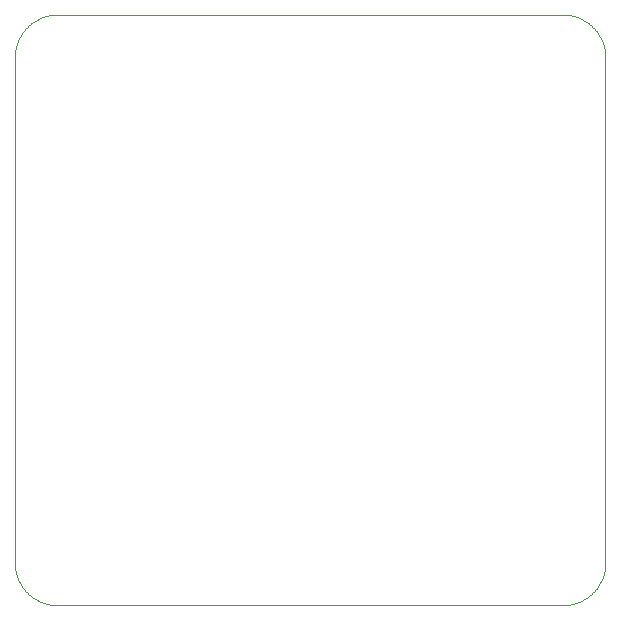
<source format=gko>
G75*
%MOIN*%
%OFA0B0*%
%FSLAX25Y25*%
%IPPOS*%
%LPD*%
%AMOC8*
5,1,8,0,0,1.08239X$1,22.5*
%
%ADD10C,0.00000*%
D10*
X0013311Y0027506D02*
X0013311Y0195966D01*
X0013315Y0196309D01*
X0013328Y0196652D01*
X0013348Y0196994D01*
X0013377Y0197336D01*
X0013414Y0197677D01*
X0013460Y0198017D01*
X0013514Y0198356D01*
X0013575Y0198693D01*
X0013645Y0199029D01*
X0013723Y0199363D01*
X0013810Y0199695D01*
X0013904Y0200025D01*
X0014006Y0200352D01*
X0014116Y0200677D01*
X0014233Y0201000D01*
X0014359Y0201319D01*
X0014492Y0201635D01*
X0014633Y0201948D01*
X0014781Y0202257D01*
X0014937Y0202563D01*
X0015100Y0202865D01*
X0015270Y0203162D01*
X0015448Y0203456D01*
X0015632Y0203745D01*
X0015824Y0204030D01*
X0016022Y0204310D01*
X0016227Y0204585D01*
X0016439Y0204855D01*
X0016657Y0205120D01*
X0016881Y0205379D01*
X0017111Y0205633D01*
X0017348Y0205881D01*
X0017591Y0206124D01*
X0017839Y0206361D01*
X0018093Y0206591D01*
X0018352Y0206815D01*
X0018617Y0207033D01*
X0018887Y0207245D01*
X0019162Y0207450D01*
X0019442Y0207648D01*
X0019727Y0207840D01*
X0020016Y0208024D01*
X0020310Y0208202D01*
X0020607Y0208372D01*
X0020909Y0208535D01*
X0021215Y0208691D01*
X0021524Y0208839D01*
X0021837Y0208980D01*
X0022153Y0209113D01*
X0022472Y0209239D01*
X0022795Y0209356D01*
X0023120Y0209466D01*
X0023447Y0209568D01*
X0023777Y0209662D01*
X0024109Y0209749D01*
X0024443Y0209827D01*
X0024779Y0209897D01*
X0025116Y0209958D01*
X0025455Y0210012D01*
X0025795Y0210058D01*
X0026136Y0210095D01*
X0026478Y0210124D01*
X0026820Y0210144D01*
X0027163Y0210157D01*
X0027506Y0210161D01*
X0195966Y0210161D01*
X0196309Y0210157D01*
X0196652Y0210144D01*
X0196994Y0210124D01*
X0197336Y0210095D01*
X0197677Y0210058D01*
X0198017Y0210012D01*
X0198356Y0209958D01*
X0198693Y0209897D01*
X0199029Y0209827D01*
X0199363Y0209749D01*
X0199695Y0209662D01*
X0200025Y0209568D01*
X0200352Y0209466D01*
X0200677Y0209356D01*
X0201000Y0209239D01*
X0201319Y0209113D01*
X0201635Y0208980D01*
X0201948Y0208839D01*
X0202257Y0208691D01*
X0202563Y0208535D01*
X0202865Y0208372D01*
X0203162Y0208202D01*
X0203456Y0208024D01*
X0203745Y0207840D01*
X0204030Y0207648D01*
X0204310Y0207450D01*
X0204585Y0207245D01*
X0204855Y0207033D01*
X0205120Y0206815D01*
X0205379Y0206591D01*
X0205633Y0206361D01*
X0205881Y0206124D01*
X0206124Y0205881D01*
X0206361Y0205633D01*
X0206591Y0205379D01*
X0206815Y0205120D01*
X0207033Y0204855D01*
X0207245Y0204585D01*
X0207450Y0204310D01*
X0207648Y0204030D01*
X0207840Y0203745D01*
X0208024Y0203456D01*
X0208202Y0203162D01*
X0208372Y0202865D01*
X0208535Y0202563D01*
X0208691Y0202257D01*
X0208839Y0201948D01*
X0208980Y0201635D01*
X0209113Y0201319D01*
X0209239Y0201000D01*
X0209356Y0200677D01*
X0209466Y0200352D01*
X0209568Y0200025D01*
X0209662Y0199695D01*
X0209749Y0199363D01*
X0209827Y0199029D01*
X0209897Y0198693D01*
X0209958Y0198356D01*
X0210012Y0198017D01*
X0210058Y0197677D01*
X0210095Y0197336D01*
X0210124Y0196994D01*
X0210144Y0196652D01*
X0210157Y0196309D01*
X0210161Y0195966D01*
X0210161Y0027506D01*
X0210157Y0027163D01*
X0210144Y0026820D01*
X0210124Y0026478D01*
X0210095Y0026136D01*
X0210058Y0025795D01*
X0210012Y0025455D01*
X0209958Y0025116D01*
X0209897Y0024779D01*
X0209827Y0024443D01*
X0209749Y0024109D01*
X0209662Y0023777D01*
X0209568Y0023447D01*
X0209466Y0023120D01*
X0209356Y0022795D01*
X0209239Y0022472D01*
X0209113Y0022153D01*
X0208980Y0021837D01*
X0208839Y0021524D01*
X0208691Y0021215D01*
X0208535Y0020909D01*
X0208372Y0020607D01*
X0208202Y0020310D01*
X0208024Y0020016D01*
X0207840Y0019727D01*
X0207648Y0019442D01*
X0207450Y0019162D01*
X0207245Y0018887D01*
X0207033Y0018617D01*
X0206815Y0018352D01*
X0206591Y0018093D01*
X0206361Y0017839D01*
X0206124Y0017591D01*
X0205881Y0017348D01*
X0205633Y0017111D01*
X0205379Y0016881D01*
X0205120Y0016657D01*
X0204855Y0016439D01*
X0204585Y0016227D01*
X0204310Y0016022D01*
X0204030Y0015824D01*
X0203745Y0015632D01*
X0203456Y0015448D01*
X0203162Y0015270D01*
X0202865Y0015100D01*
X0202563Y0014937D01*
X0202257Y0014781D01*
X0201948Y0014633D01*
X0201635Y0014492D01*
X0201319Y0014359D01*
X0201000Y0014233D01*
X0200677Y0014116D01*
X0200352Y0014006D01*
X0200025Y0013904D01*
X0199695Y0013810D01*
X0199363Y0013723D01*
X0199029Y0013645D01*
X0198693Y0013575D01*
X0198356Y0013514D01*
X0198017Y0013460D01*
X0197677Y0013414D01*
X0197336Y0013377D01*
X0196994Y0013348D01*
X0196652Y0013328D01*
X0196309Y0013315D01*
X0195966Y0013311D01*
X0027506Y0013311D01*
X0027163Y0013315D01*
X0026820Y0013328D01*
X0026478Y0013348D01*
X0026136Y0013377D01*
X0025795Y0013414D01*
X0025455Y0013460D01*
X0025116Y0013514D01*
X0024779Y0013575D01*
X0024443Y0013645D01*
X0024109Y0013723D01*
X0023777Y0013810D01*
X0023447Y0013904D01*
X0023120Y0014006D01*
X0022795Y0014116D01*
X0022472Y0014233D01*
X0022153Y0014359D01*
X0021837Y0014492D01*
X0021524Y0014633D01*
X0021215Y0014781D01*
X0020909Y0014937D01*
X0020607Y0015100D01*
X0020310Y0015270D01*
X0020016Y0015448D01*
X0019727Y0015632D01*
X0019442Y0015824D01*
X0019162Y0016022D01*
X0018887Y0016227D01*
X0018617Y0016439D01*
X0018352Y0016657D01*
X0018093Y0016881D01*
X0017839Y0017111D01*
X0017591Y0017348D01*
X0017348Y0017591D01*
X0017111Y0017839D01*
X0016881Y0018093D01*
X0016657Y0018352D01*
X0016439Y0018617D01*
X0016227Y0018887D01*
X0016022Y0019162D01*
X0015824Y0019442D01*
X0015632Y0019727D01*
X0015448Y0020016D01*
X0015270Y0020310D01*
X0015100Y0020607D01*
X0014937Y0020909D01*
X0014781Y0021215D01*
X0014633Y0021524D01*
X0014492Y0021837D01*
X0014359Y0022153D01*
X0014233Y0022472D01*
X0014116Y0022795D01*
X0014006Y0023120D01*
X0013904Y0023447D01*
X0013810Y0023777D01*
X0013723Y0024109D01*
X0013645Y0024443D01*
X0013575Y0024779D01*
X0013514Y0025116D01*
X0013460Y0025455D01*
X0013414Y0025795D01*
X0013377Y0026136D01*
X0013348Y0026478D01*
X0013328Y0026820D01*
X0013315Y0027163D01*
X0013311Y0027506D01*
M02*

</source>
